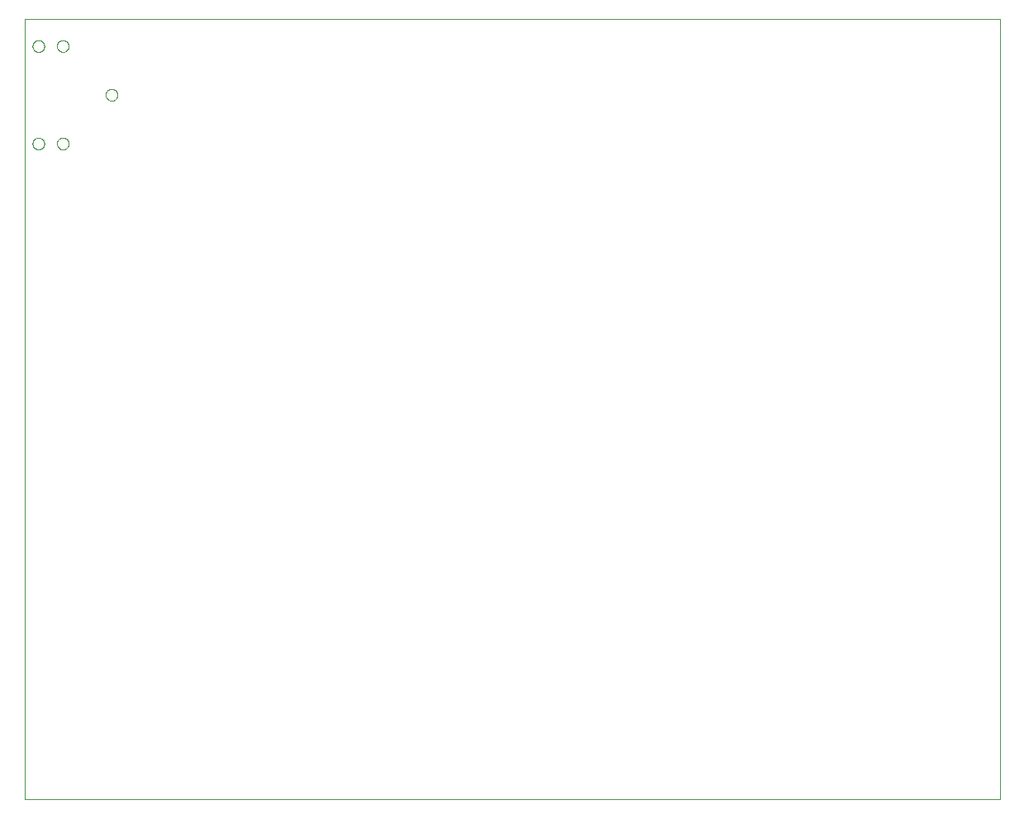
<source format=gbo>
G75*
%MOIN*%
%OFA0B0*%
%FSLAX25Y25*%
%IPPOS*%
%LPD*%
%AMOC8*
5,1,8,0,0,1.08239X$1,22.5*
%
%ADD10C,0.00000*%
D10*
X0025000Y0011500D02*
X0025000Y0326461D01*
X0418701Y0326461D01*
X0418701Y0011500D01*
X0025000Y0011500D01*
X0028295Y0276315D02*
X0028297Y0276412D01*
X0028303Y0276509D01*
X0028313Y0276605D01*
X0028327Y0276701D01*
X0028345Y0276797D01*
X0028366Y0276891D01*
X0028392Y0276985D01*
X0028421Y0277077D01*
X0028455Y0277168D01*
X0028491Y0277258D01*
X0028532Y0277346D01*
X0028576Y0277432D01*
X0028624Y0277517D01*
X0028675Y0277599D01*
X0028729Y0277680D01*
X0028787Y0277758D01*
X0028848Y0277833D01*
X0028911Y0277906D01*
X0028978Y0277977D01*
X0029048Y0278044D01*
X0029120Y0278109D01*
X0029195Y0278170D01*
X0029273Y0278229D01*
X0029352Y0278284D01*
X0029434Y0278336D01*
X0029518Y0278384D01*
X0029604Y0278429D01*
X0029692Y0278471D01*
X0029781Y0278509D01*
X0029872Y0278543D01*
X0029964Y0278573D01*
X0030057Y0278600D01*
X0030152Y0278622D01*
X0030247Y0278641D01*
X0030343Y0278656D01*
X0030439Y0278667D01*
X0030536Y0278674D01*
X0030633Y0278677D01*
X0030730Y0278676D01*
X0030827Y0278671D01*
X0030923Y0278662D01*
X0031019Y0278649D01*
X0031115Y0278632D01*
X0031210Y0278611D01*
X0031303Y0278587D01*
X0031396Y0278558D01*
X0031488Y0278526D01*
X0031578Y0278490D01*
X0031666Y0278451D01*
X0031753Y0278407D01*
X0031838Y0278361D01*
X0031921Y0278310D01*
X0032002Y0278257D01*
X0032080Y0278200D01*
X0032157Y0278140D01*
X0032230Y0278077D01*
X0032301Y0278011D01*
X0032369Y0277942D01*
X0032435Y0277870D01*
X0032497Y0277796D01*
X0032556Y0277719D01*
X0032612Y0277640D01*
X0032665Y0277558D01*
X0032715Y0277475D01*
X0032760Y0277389D01*
X0032803Y0277302D01*
X0032842Y0277213D01*
X0032877Y0277123D01*
X0032908Y0277031D01*
X0032935Y0276938D01*
X0032959Y0276844D01*
X0032979Y0276749D01*
X0032995Y0276653D01*
X0033007Y0276557D01*
X0033015Y0276460D01*
X0033019Y0276363D01*
X0033019Y0276267D01*
X0033015Y0276170D01*
X0033007Y0276073D01*
X0032995Y0275977D01*
X0032979Y0275881D01*
X0032959Y0275786D01*
X0032935Y0275692D01*
X0032908Y0275599D01*
X0032877Y0275507D01*
X0032842Y0275417D01*
X0032803Y0275328D01*
X0032760Y0275241D01*
X0032715Y0275155D01*
X0032665Y0275072D01*
X0032612Y0274990D01*
X0032556Y0274911D01*
X0032497Y0274834D01*
X0032435Y0274760D01*
X0032369Y0274688D01*
X0032301Y0274619D01*
X0032230Y0274553D01*
X0032157Y0274490D01*
X0032080Y0274430D01*
X0032002Y0274373D01*
X0031921Y0274320D01*
X0031838Y0274269D01*
X0031753Y0274223D01*
X0031666Y0274179D01*
X0031578Y0274140D01*
X0031488Y0274104D01*
X0031396Y0274072D01*
X0031303Y0274043D01*
X0031210Y0274019D01*
X0031115Y0273998D01*
X0031019Y0273981D01*
X0030923Y0273968D01*
X0030827Y0273959D01*
X0030730Y0273954D01*
X0030633Y0273953D01*
X0030536Y0273956D01*
X0030439Y0273963D01*
X0030343Y0273974D01*
X0030247Y0273989D01*
X0030152Y0274008D01*
X0030057Y0274030D01*
X0029964Y0274057D01*
X0029872Y0274087D01*
X0029781Y0274121D01*
X0029692Y0274159D01*
X0029604Y0274201D01*
X0029518Y0274246D01*
X0029434Y0274294D01*
X0029352Y0274346D01*
X0029273Y0274401D01*
X0029195Y0274460D01*
X0029120Y0274521D01*
X0029048Y0274586D01*
X0028978Y0274653D01*
X0028911Y0274724D01*
X0028848Y0274797D01*
X0028787Y0274872D01*
X0028729Y0274950D01*
X0028675Y0275031D01*
X0028624Y0275113D01*
X0028576Y0275198D01*
X0028532Y0275284D01*
X0028491Y0275372D01*
X0028455Y0275462D01*
X0028421Y0275553D01*
X0028392Y0275645D01*
X0028366Y0275739D01*
X0028345Y0275833D01*
X0028327Y0275929D01*
X0028313Y0276025D01*
X0028303Y0276121D01*
X0028297Y0276218D01*
X0028295Y0276315D01*
X0038138Y0276315D02*
X0038140Y0276412D01*
X0038146Y0276509D01*
X0038156Y0276605D01*
X0038170Y0276701D01*
X0038188Y0276797D01*
X0038209Y0276891D01*
X0038235Y0276985D01*
X0038264Y0277077D01*
X0038298Y0277168D01*
X0038334Y0277258D01*
X0038375Y0277346D01*
X0038419Y0277432D01*
X0038467Y0277517D01*
X0038518Y0277599D01*
X0038572Y0277680D01*
X0038630Y0277758D01*
X0038691Y0277833D01*
X0038754Y0277906D01*
X0038821Y0277977D01*
X0038891Y0278044D01*
X0038963Y0278109D01*
X0039038Y0278170D01*
X0039116Y0278229D01*
X0039195Y0278284D01*
X0039277Y0278336D01*
X0039361Y0278384D01*
X0039447Y0278429D01*
X0039535Y0278471D01*
X0039624Y0278509D01*
X0039715Y0278543D01*
X0039807Y0278573D01*
X0039900Y0278600D01*
X0039995Y0278622D01*
X0040090Y0278641D01*
X0040186Y0278656D01*
X0040282Y0278667D01*
X0040379Y0278674D01*
X0040476Y0278677D01*
X0040573Y0278676D01*
X0040670Y0278671D01*
X0040766Y0278662D01*
X0040862Y0278649D01*
X0040958Y0278632D01*
X0041053Y0278611D01*
X0041146Y0278587D01*
X0041239Y0278558D01*
X0041331Y0278526D01*
X0041421Y0278490D01*
X0041509Y0278451D01*
X0041596Y0278407D01*
X0041681Y0278361D01*
X0041764Y0278310D01*
X0041845Y0278257D01*
X0041923Y0278200D01*
X0042000Y0278140D01*
X0042073Y0278077D01*
X0042144Y0278011D01*
X0042212Y0277942D01*
X0042278Y0277870D01*
X0042340Y0277796D01*
X0042399Y0277719D01*
X0042455Y0277640D01*
X0042508Y0277558D01*
X0042558Y0277475D01*
X0042603Y0277389D01*
X0042646Y0277302D01*
X0042685Y0277213D01*
X0042720Y0277123D01*
X0042751Y0277031D01*
X0042778Y0276938D01*
X0042802Y0276844D01*
X0042822Y0276749D01*
X0042838Y0276653D01*
X0042850Y0276557D01*
X0042858Y0276460D01*
X0042862Y0276363D01*
X0042862Y0276267D01*
X0042858Y0276170D01*
X0042850Y0276073D01*
X0042838Y0275977D01*
X0042822Y0275881D01*
X0042802Y0275786D01*
X0042778Y0275692D01*
X0042751Y0275599D01*
X0042720Y0275507D01*
X0042685Y0275417D01*
X0042646Y0275328D01*
X0042603Y0275241D01*
X0042558Y0275155D01*
X0042508Y0275072D01*
X0042455Y0274990D01*
X0042399Y0274911D01*
X0042340Y0274834D01*
X0042278Y0274760D01*
X0042212Y0274688D01*
X0042144Y0274619D01*
X0042073Y0274553D01*
X0042000Y0274490D01*
X0041923Y0274430D01*
X0041845Y0274373D01*
X0041764Y0274320D01*
X0041681Y0274269D01*
X0041596Y0274223D01*
X0041509Y0274179D01*
X0041421Y0274140D01*
X0041331Y0274104D01*
X0041239Y0274072D01*
X0041146Y0274043D01*
X0041053Y0274019D01*
X0040958Y0273998D01*
X0040862Y0273981D01*
X0040766Y0273968D01*
X0040670Y0273959D01*
X0040573Y0273954D01*
X0040476Y0273953D01*
X0040379Y0273956D01*
X0040282Y0273963D01*
X0040186Y0273974D01*
X0040090Y0273989D01*
X0039995Y0274008D01*
X0039900Y0274030D01*
X0039807Y0274057D01*
X0039715Y0274087D01*
X0039624Y0274121D01*
X0039535Y0274159D01*
X0039447Y0274201D01*
X0039361Y0274246D01*
X0039277Y0274294D01*
X0039195Y0274346D01*
X0039116Y0274401D01*
X0039038Y0274460D01*
X0038963Y0274521D01*
X0038891Y0274586D01*
X0038821Y0274653D01*
X0038754Y0274724D01*
X0038691Y0274797D01*
X0038630Y0274872D01*
X0038572Y0274950D01*
X0038518Y0275031D01*
X0038467Y0275113D01*
X0038419Y0275198D01*
X0038375Y0275284D01*
X0038334Y0275372D01*
X0038298Y0275462D01*
X0038264Y0275553D01*
X0038235Y0275645D01*
X0038209Y0275739D01*
X0038188Y0275833D01*
X0038170Y0275929D01*
X0038156Y0276025D01*
X0038146Y0276121D01*
X0038140Y0276218D01*
X0038138Y0276315D01*
X0057823Y0296000D02*
X0057825Y0296097D01*
X0057831Y0296194D01*
X0057841Y0296290D01*
X0057855Y0296386D01*
X0057873Y0296482D01*
X0057894Y0296576D01*
X0057920Y0296670D01*
X0057949Y0296762D01*
X0057983Y0296853D01*
X0058019Y0296943D01*
X0058060Y0297031D01*
X0058104Y0297117D01*
X0058152Y0297202D01*
X0058203Y0297284D01*
X0058257Y0297365D01*
X0058315Y0297443D01*
X0058376Y0297518D01*
X0058439Y0297591D01*
X0058506Y0297662D01*
X0058576Y0297729D01*
X0058648Y0297794D01*
X0058723Y0297855D01*
X0058801Y0297914D01*
X0058880Y0297969D01*
X0058962Y0298021D01*
X0059046Y0298069D01*
X0059132Y0298114D01*
X0059220Y0298156D01*
X0059309Y0298194D01*
X0059400Y0298228D01*
X0059492Y0298258D01*
X0059585Y0298285D01*
X0059680Y0298307D01*
X0059775Y0298326D01*
X0059871Y0298341D01*
X0059967Y0298352D01*
X0060064Y0298359D01*
X0060161Y0298362D01*
X0060258Y0298361D01*
X0060355Y0298356D01*
X0060451Y0298347D01*
X0060547Y0298334D01*
X0060643Y0298317D01*
X0060738Y0298296D01*
X0060831Y0298272D01*
X0060924Y0298243D01*
X0061016Y0298211D01*
X0061106Y0298175D01*
X0061194Y0298136D01*
X0061281Y0298092D01*
X0061366Y0298046D01*
X0061449Y0297995D01*
X0061530Y0297942D01*
X0061608Y0297885D01*
X0061685Y0297825D01*
X0061758Y0297762D01*
X0061829Y0297696D01*
X0061897Y0297627D01*
X0061963Y0297555D01*
X0062025Y0297481D01*
X0062084Y0297404D01*
X0062140Y0297325D01*
X0062193Y0297243D01*
X0062243Y0297160D01*
X0062288Y0297074D01*
X0062331Y0296987D01*
X0062370Y0296898D01*
X0062405Y0296808D01*
X0062436Y0296716D01*
X0062463Y0296623D01*
X0062487Y0296529D01*
X0062507Y0296434D01*
X0062523Y0296338D01*
X0062535Y0296242D01*
X0062543Y0296145D01*
X0062547Y0296048D01*
X0062547Y0295952D01*
X0062543Y0295855D01*
X0062535Y0295758D01*
X0062523Y0295662D01*
X0062507Y0295566D01*
X0062487Y0295471D01*
X0062463Y0295377D01*
X0062436Y0295284D01*
X0062405Y0295192D01*
X0062370Y0295102D01*
X0062331Y0295013D01*
X0062288Y0294926D01*
X0062243Y0294840D01*
X0062193Y0294757D01*
X0062140Y0294675D01*
X0062084Y0294596D01*
X0062025Y0294519D01*
X0061963Y0294445D01*
X0061897Y0294373D01*
X0061829Y0294304D01*
X0061758Y0294238D01*
X0061685Y0294175D01*
X0061608Y0294115D01*
X0061530Y0294058D01*
X0061449Y0294005D01*
X0061366Y0293954D01*
X0061281Y0293908D01*
X0061194Y0293864D01*
X0061106Y0293825D01*
X0061016Y0293789D01*
X0060924Y0293757D01*
X0060831Y0293728D01*
X0060738Y0293704D01*
X0060643Y0293683D01*
X0060547Y0293666D01*
X0060451Y0293653D01*
X0060355Y0293644D01*
X0060258Y0293639D01*
X0060161Y0293638D01*
X0060064Y0293641D01*
X0059967Y0293648D01*
X0059871Y0293659D01*
X0059775Y0293674D01*
X0059680Y0293693D01*
X0059585Y0293715D01*
X0059492Y0293742D01*
X0059400Y0293772D01*
X0059309Y0293806D01*
X0059220Y0293844D01*
X0059132Y0293886D01*
X0059046Y0293931D01*
X0058962Y0293979D01*
X0058880Y0294031D01*
X0058801Y0294086D01*
X0058723Y0294145D01*
X0058648Y0294206D01*
X0058576Y0294271D01*
X0058506Y0294338D01*
X0058439Y0294409D01*
X0058376Y0294482D01*
X0058315Y0294557D01*
X0058257Y0294635D01*
X0058203Y0294716D01*
X0058152Y0294798D01*
X0058104Y0294883D01*
X0058060Y0294969D01*
X0058019Y0295057D01*
X0057983Y0295147D01*
X0057949Y0295238D01*
X0057920Y0295330D01*
X0057894Y0295424D01*
X0057873Y0295518D01*
X0057855Y0295614D01*
X0057841Y0295710D01*
X0057831Y0295806D01*
X0057825Y0295903D01*
X0057823Y0296000D01*
X0038138Y0315685D02*
X0038140Y0315782D01*
X0038146Y0315879D01*
X0038156Y0315975D01*
X0038170Y0316071D01*
X0038188Y0316167D01*
X0038209Y0316261D01*
X0038235Y0316355D01*
X0038264Y0316447D01*
X0038298Y0316538D01*
X0038334Y0316628D01*
X0038375Y0316716D01*
X0038419Y0316802D01*
X0038467Y0316887D01*
X0038518Y0316969D01*
X0038572Y0317050D01*
X0038630Y0317128D01*
X0038691Y0317203D01*
X0038754Y0317276D01*
X0038821Y0317347D01*
X0038891Y0317414D01*
X0038963Y0317479D01*
X0039038Y0317540D01*
X0039116Y0317599D01*
X0039195Y0317654D01*
X0039277Y0317706D01*
X0039361Y0317754D01*
X0039447Y0317799D01*
X0039535Y0317841D01*
X0039624Y0317879D01*
X0039715Y0317913D01*
X0039807Y0317943D01*
X0039900Y0317970D01*
X0039995Y0317992D01*
X0040090Y0318011D01*
X0040186Y0318026D01*
X0040282Y0318037D01*
X0040379Y0318044D01*
X0040476Y0318047D01*
X0040573Y0318046D01*
X0040670Y0318041D01*
X0040766Y0318032D01*
X0040862Y0318019D01*
X0040958Y0318002D01*
X0041053Y0317981D01*
X0041146Y0317957D01*
X0041239Y0317928D01*
X0041331Y0317896D01*
X0041421Y0317860D01*
X0041509Y0317821D01*
X0041596Y0317777D01*
X0041681Y0317731D01*
X0041764Y0317680D01*
X0041845Y0317627D01*
X0041923Y0317570D01*
X0042000Y0317510D01*
X0042073Y0317447D01*
X0042144Y0317381D01*
X0042212Y0317312D01*
X0042278Y0317240D01*
X0042340Y0317166D01*
X0042399Y0317089D01*
X0042455Y0317010D01*
X0042508Y0316928D01*
X0042558Y0316845D01*
X0042603Y0316759D01*
X0042646Y0316672D01*
X0042685Y0316583D01*
X0042720Y0316493D01*
X0042751Y0316401D01*
X0042778Y0316308D01*
X0042802Y0316214D01*
X0042822Y0316119D01*
X0042838Y0316023D01*
X0042850Y0315927D01*
X0042858Y0315830D01*
X0042862Y0315733D01*
X0042862Y0315637D01*
X0042858Y0315540D01*
X0042850Y0315443D01*
X0042838Y0315347D01*
X0042822Y0315251D01*
X0042802Y0315156D01*
X0042778Y0315062D01*
X0042751Y0314969D01*
X0042720Y0314877D01*
X0042685Y0314787D01*
X0042646Y0314698D01*
X0042603Y0314611D01*
X0042558Y0314525D01*
X0042508Y0314442D01*
X0042455Y0314360D01*
X0042399Y0314281D01*
X0042340Y0314204D01*
X0042278Y0314130D01*
X0042212Y0314058D01*
X0042144Y0313989D01*
X0042073Y0313923D01*
X0042000Y0313860D01*
X0041923Y0313800D01*
X0041845Y0313743D01*
X0041764Y0313690D01*
X0041681Y0313639D01*
X0041596Y0313593D01*
X0041509Y0313549D01*
X0041421Y0313510D01*
X0041331Y0313474D01*
X0041239Y0313442D01*
X0041146Y0313413D01*
X0041053Y0313389D01*
X0040958Y0313368D01*
X0040862Y0313351D01*
X0040766Y0313338D01*
X0040670Y0313329D01*
X0040573Y0313324D01*
X0040476Y0313323D01*
X0040379Y0313326D01*
X0040282Y0313333D01*
X0040186Y0313344D01*
X0040090Y0313359D01*
X0039995Y0313378D01*
X0039900Y0313400D01*
X0039807Y0313427D01*
X0039715Y0313457D01*
X0039624Y0313491D01*
X0039535Y0313529D01*
X0039447Y0313571D01*
X0039361Y0313616D01*
X0039277Y0313664D01*
X0039195Y0313716D01*
X0039116Y0313771D01*
X0039038Y0313830D01*
X0038963Y0313891D01*
X0038891Y0313956D01*
X0038821Y0314023D01*
X0038754Y0314094D01*
X0038691Y0314167D01*
X0038630Y0314242D01*
X0038572Y0314320D01*
X0038518Y0314401D01*
X0038467Y0314483D01*
X0038419Y0314568D01*
X0038375Y0314654D01*
X0038334Y0314742D01*
X0038298Y0314832D01*
X0038264Y0314923D01*
X0038235Y0315015D01*
X0038209Y0315109D01*
X0038188Y0315203D01*
X0038170Y0315299D01*
X0038156Y0315395D01*
X0038146Y0315491D01*
X0038140Y0315588D01*
X0038138Y0315685D01*
X0028295Y0315685D02*
X0028297Y0315782D01*
X0028303Y0315879D01*
X0028313Y0315975D01*
X0028327Y0316071D01*
X0028345Y0316167D01*
X0028366Y0316261D01*
X0028392Y0316355D01*
X0028421Y0316447D01*
X0028455Y0316538D01*
X0028491Y0316628D01*
X0028532Y0316716D01*
X0028576Y0316802D01*
X0028624Y0316887D01*
X0028675Y0316969D01*
X0028729Y0317050D01*
X0028787Y0317128D01*
X0028848Y0317203D01*
X0028911Y0317276D01*
X0028978Y0317347D01*
X0029048Y0317414D01*
X0029120Y0317479D01*
X0029195Y0317540D01*
X0029273Y0317599D01*
X0029352Y0317654D01*
X0029434Y0317706D01*
X0029518Y0317754D01*
X0029604Y0317799D01*
X0029692Y0317841D01*
X0029781Y0317879D01*
X0029872Y0317913D01*
X0029964Y0317943D01*
X0030057Y0317970D01*
X0030152Y0317992D01*
X0030247Y0318011D01*
X0030343Y0318026D01*
X0030439Y0318037D01*
X0030536Y0318044D01*
X0030633Y0318047D01*
X0030730Y0318046D01*
X0030827Y0318041D01*
X0030923Y0318032D01*
X0031019Y0318019D01*
X0031115Y0318002D01*
X0031210Y0317981D01*
X0031303Y0317957D01*
X0031396Y0317928D01*
X0031488Y0317896D01*
X0031578Y0317860D01*
X0031666Y0317821D01*
X0031753Y0317777D01*
X0031838Y0317731D01*
X0031921Y0317680D01*
X0032002Y0317627D01*
X0032080Y0317570D01*
X0032157Y0317510D01*
X0032230Y0317447D01*
X0032301Y0317381D01*
X0032369Y0317312D01*
X0032435Y0317240D01*
X0032497Y0317166D01*
X0032556Y0317089D01*
X0032612Y0317010D01*
X0032665Y0316928D01*
X0032715Y0316845D01*
X0032760Y0316759D01*
X0032803Y0316672D01*
X0032842Y0316583D01*
X0032877Y0316493D01*
X0032908Y0316401D01*
X0032935Y0316308D01*
X0032959Y0316214D01*
X0032979Y0316119D01*
X0032995Y0316023D01*
X0033007Y0315927D01*
X0033015Y0315830D01*
X0033019Y0315733D01*
X0033019Y0315637D01*
X0033015Y0315540D01*
X0033007Y0315443D01*
X0032995Y0315347D01*
X0032979Y0315251D01*
X0032959Y0315156D01*
X0032935Y0315062D01*
X0032908Y0314969D01*
X0032877Y0314877D01*
X0032842Y0314787D01*
X0032803Y0314698D01*
X0032760Y0314611D01*
X0032715Y0314525D01*
X0032665Y0314442D01*
X0032612Y0314360D01*
X0032556Y0314281D01*
X0032497Y0314204D01*
X0032435Y0314130D01*
X0032369Y0314058D01*
X0032301Y0313989D01*
X0032230Y0313923D01*
X0032157Y0313860D01*
X0032080Y0313800D01*
X0032002Y0313743D01*
X0031921Y0313690D01*
X0031838Y0313639D01*
X0031753Y0313593D01*
X0031666Y0313549D01*
X0031578Y0313510D01*
X0031488Y0313474D01*
X0031396Y0313442D01*
X0031303Y0313413D01*
X0031210Y0313389D01*
X0031115Y0313368D01*
X0031019Y0313351D01*
X0030923Y0313338D01*
X0030827Y0313329D01*
X0030730Y0313324D01*
X0030633Y0313323D01*
X0030536Y0313326D01*
X0030439Y0313333D01*
X0030343Y0313344D01*
X0030247Y0313359D01*
X0030152Y0313378D01*
X0030057Y0313400D01*
X0029964Y0313427D01*
X0029872Y0313457D01*
X0029781Y0313491D01*
X0029692Y0313529D01*
X0029604Y0313571D01*
X0029518Y0313616D01*
X0029434Y0313664D01*
X0029352Y0313716D01*
X0029273Y0313771D01*
X0029195Y0313830D01*
X0029120Y0313891D01*
X0029048Y0313956D01*
X0028978Y0314023D01*
X0028911Y0314094D01*
X0028848Y0314167D01*
X0028787Y0314242D01*
X0028729Y0314320D01*
X0028675Y0314401D01*
X0028624Y0314483D01*
X0028576Y0314568D01*
X0028532Y0314654D01*
X0028491Y0314742D01*
X0028455Y0314832D01*
X0028421Y0314923D01*
X0028392Y0315015D01*
X0028366Y0315109D01*
X0028345Y0315203D01*
X0028327Y0315299D01*
X0028313Y0315395D01*
X0028303Y0315491D01*
X0028297Y0315588D01*
X0028295Y0315685D01*
M02*

</source>
